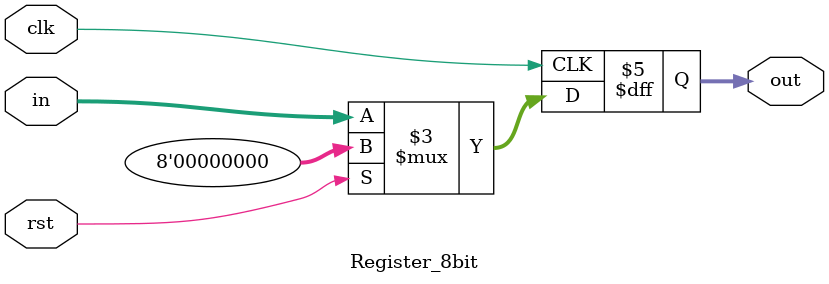
<source format=v>
`timescale 1ns / 1ps


module Register_8bit(
    input clk,
    input rst,
    input [7:0] in,
    output reg[7:0]out
    );
    
    always @(posedge clk)
    begin
        if(rst)
            out <= 8'b0;
        else
            out <= in;
    end

endmodule

</source>
